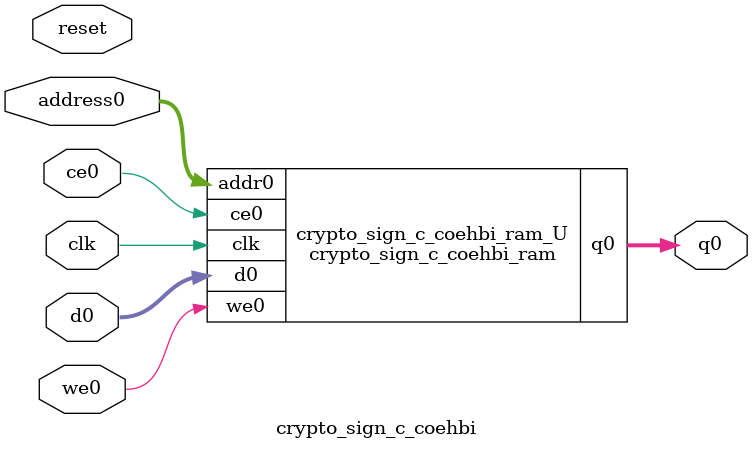
<source format=v>

`timescale 1 ns / 1 ps
module crypto_sign_c_coehbi_ram (addr0, ce0, d0, we0, q0,  clk);

parameter DWIDTH = 23;
parameter AWIDTH = 8;
parameter MEM_SIZE = 256;

input[AWIDTH-1:0] addr0;
input ce0;
input[DWIDTH-1:0] d0;
input we0;
output reg[DWIDTH-1:0] q0;
input clk;

(* ram_style = "block" *)reg [DWIDTH-1:0] ram[0:MEM_SIZE-1];




always @(posedge clk)  
begin 
    if (ce0) 
    begin
        if (we0) 
        begin 
            ram[addr0] <= d0; 
            q0 <= d0;
        end 
        else 
            q0 <= ram[addr0];
    end
end


endmodule


`timescale 1 ns / 1 ps
module crypto_sign_c_coehbi(
    reset,
    clk,
    address0,
    ce0,
    we0,
    d0,
    q0);

parameter DataWidth = 32'd23;
parameter AddressRange = 32'd256;
parameter AddressWidth = 32'd8;
input reset;
input clk;
input[AddressWidth - 1:0] address0;
input ce0;
input we0;
input[DataWidth - 1:0] d0;
output[DataWidth - 1:0] q0;



crypto_sign_c_coehbi_ram crypto_sign_c_coehbi_ram_U(
    .clk( clk ),
    .addr0( address0 ),
    .ce0( ce0 ),
    .we0( we0 ),
    .d0( d0 ),
    .q0( q0 ));

endmodule


</source>
